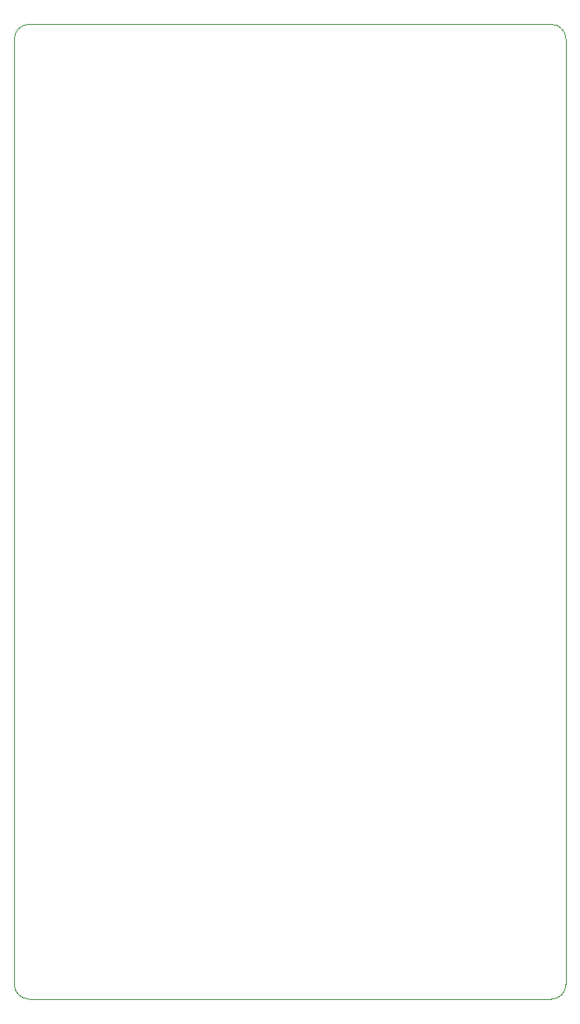
<source format=gbr>
%TF.GenerationSoftware,KiCad,Pcbnew,7.0.6-0*%
%TF.CreationDate,2023-08-11T12:33:22-04:00*%
%TF.ProjectId,bitaxeMax,62697461-7865-44d6-9178-2e6b69636164,rev?*%
%TF.SameCoordinates,Original*%
%TF.FileFunction,Profile,NP*%
%FSLAX46Y46*%
G04 Gerber Fmt 4.6, Leading zero omitted, Abs format (unit mm)*
G04 Created by KiCad (PCBNEW 7.0.6-0) date 2023-08-11 12:33:22*
%MOMM*%
%LPD*%
G01*
G04 APERTURE LIST*
%TA.AperFunction,Profile*%
%ADD10C,0.100000*%
%TD*%
G04 APERTURE END LIST*
D10*
X78690660Y-47500000D02*
G75*
G03*
X77190000Y-49000660I40J-1500700D01*
G01*
X77190000Y-145779340D02*
G75*
G03*
X78690660Y-147280000I1500700J40D01*
G01*
X133720000Y-49000000D02*
X133720000Y-145779340D01*
X132219340Y-147280000D02*
G75*
G03*
X133720000Y-145779340I-40J1500700D01*
G01*
X132219340Y-147280000D02*
X78690660Y-147280000D01*
X78690660Y-47500000D02*
X132219340Y-47500000D01*
X77190000Y-49000660D02*
X77190000Y-145779340D01*
X133720000Y-49000000D02*
G75*
G03*
X132219340Y-47500000I-1500300J-300D01*
G01*
M02*

</source>
